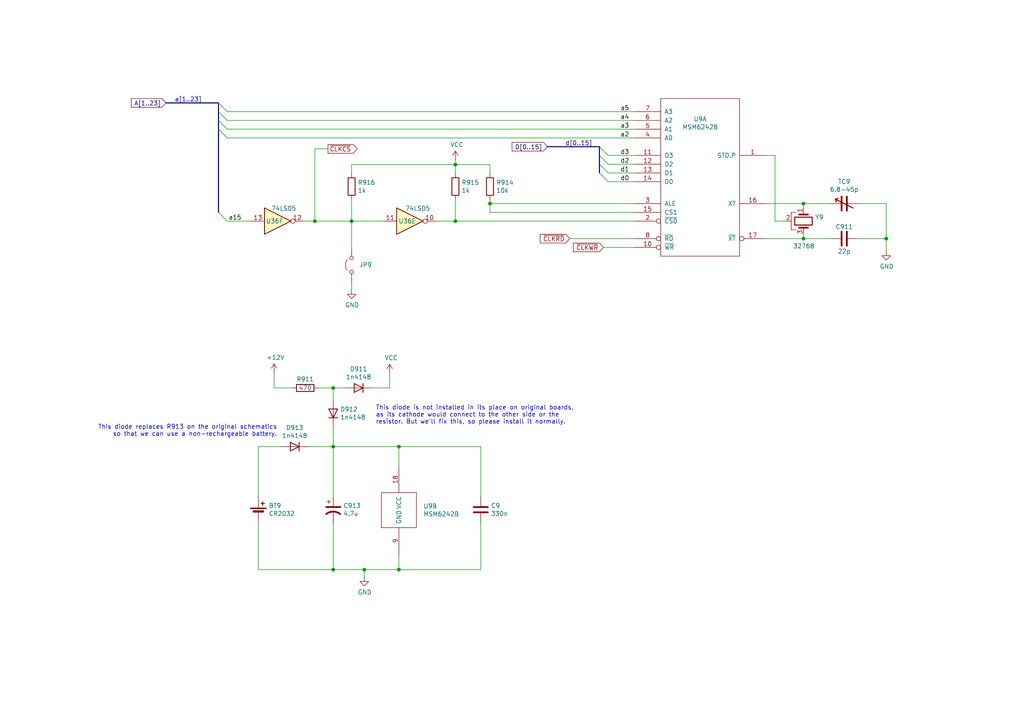
<source format=kicad_sch>
(kicad_sch (version 20250114) (generator "eeschema") (generator_version "9.0")
  (paper "A4")
  (title_block (title "Rämixx500") (date "2021-05-23") (rev "1") (company "SukkoPera") (comment 4 "Licensed under CC BY-NC-SA 4.0"))
  (lib_symbols
    (symbol "74xx:74LS05" (pin_names (offset 1.016))
      (property "Reference" "U" (at 0 1.27 0))
      (property "Value" "74LS05" (at 0 -1.27 0))
      (symbol "74LS05_1_0"
        (polyline (pts (xy -3.81 3.81) (xy -3.81 -3.81) (xy 3.81 0) (xy -3.81 3.81)) (stroke (width 0.254)) (fill (type background)))
        (pin input line (at -7.62 0 0) (length 3.81) (name "~") (number "1"))
        (pin open_collector inverted (at 7.62 0 180) (length 3.81) (name "~") (number "2"))
      )
      (symbol "74LS05_2_0"
        (polyline (pts (xy -3.81 3.81) (xy -3.81 -3.81) (xy 3.81 0) (xy -3.81 3.81)) (stroke (width 0.254)) (fill (type background)))
        (pin input line (at -7.62 0 0) (length 3.81) (name "~") (number "3"))
        (pin open_collector inverted (at 7.62 0 180) (length 3.81) (name "~") (number "4"))
      )
      (symbol "74LS05_3_0"
        (polyline (pts (xy -3.81 3.81) (xy -3.81 -3.81) (xy 3.81 0) (xy -3.81 3.81)) (stroke (width 0.254)) (fill (type background)))
        (pin input line (at -7.62 0 0) (length 3.81) (name "~") (number "5"))
        (pin open_collector inverted (at 7.62 0 180) (length 3.81) (name "~") (number "6"))
      )
      (symbol "74LS05_4_0"
        (polyline (pts (xy -3.81 3.81) (xy -3.81 -3.81) (xy 3.81 0) (xy -3.81 3.81)) (stroke (width 0.254)) (fill (type background)))
        (pin input line (at -7.62 0 0) (length 3.81) (name "~") (number "9"))
        (pin open_collector inverted (at 7.62 0 180) (length 3.81) (name "~") (number "8"))
      )
      (symbol "74LS05_5_0"
        (polyline (pts (xy -3.81 3.81) (xy -3.81 -3.81) (xy 3.81 0) (xy -3.81 3.81)) (stroke (width 0.254)) (fill (type background)))
        (pin input line (at -7.62 0 0) (length 3.81) (name "~") (number "11"))
        (pin open_collector inverted (at 7.62 0 180) (length 3.81) (name "~") (number "10"))
      )
      (symbol "74LS05_6_0"
        (polyline (pts (xy -3.81 3.81) (xy -3.81 -3.81) (xy 3.81 0) (xy -3.81 3.81)) (stroke (width 0.254)) (fill (type background)))
        (pin input line (at -7.62 0 0) (length 3.81) (name "~") (number "13"))
        (pin open_collector inverted (at 7.62 0 180) (length 3.81) (name "~") (number "12"))
      )
      (symbol "74LS05_7_0"
        (pin power_in line (at 0 12.7 270) (length 5.08) (name "VCC") (number "14"))
        (pin power_in line (at 0 -12.7 90) (length 5.08) (name "GND") (number "7"))
      )
      (symbol "74LS05_7_1"
        (rectangle (start -5.08 7.62) (end 5.08 -7.62) (stroke (width 0.254)) (fill (type background)))
      )
    )
    (symbol "Device:Battery_Cell" (pin_numbers (hide yes)) (pin_names (offset 0) (hide yes))
      (property "Reference" "BT" (at 2.54 2.54 0))
      (property "Value" "Battery_Cell" (at 2.54 0 0))
      (symbol "Battery_Cell_0_1"
        (rectangle (start -2.286 1.778) (end 2.286 1.524) (fill (type outline)))
        (rectangle (start -1.524 1.016) (end 1.524 0.508) (fill (type outline)))
        (polyline (pts (xy 0 1.778) (xy 0 2.54)))
        (polyline (pts (xy 0 0.762) (xy 0 0)))
        (polyline (pts (xy 0.762 3.048) (xy 1.778 3.048)) (stroke (width 0.254)))
        (polyline (pts (xy 1.27 3.556) (xy 1.27 2.54)) (stroke (width 0.254)))
      )
      (symbol "Battery_Cell_1_1"
        (pin passive line (at 0 5.08 270) (length 2.54) (name "+") (number "1"))
        (pin passive line (at 0 -2.54 90) (length 2.54) (name "-") (number "2"))
      )
    )
    (symbol "Device:C" (pin_numbers (hide yes)) (pin_names (offset 0.254))
      (property "Reference" "C" (at 0.635 2.54 0))
      (property "Value" "C" (at 0.635 -2.54 0))
      (symbol "C_0_1"
        (polyline (pts (xy -2.032 0.762) (xy 2.032 0.762)) (stroke (width 0.508)))
        (polyline (pts (xy -2.032 -0.762) (xy 2.032 -0.762)) (stroke (width 0.508)))
      )
      (symbol "C_1_1"
        (pin passive line (at 0 3.81 270) (length 2.794) (name "~") (number "1"))
        (pin passive line (at 0 -3.81 90) (length 2.794) (name "~") (number "2"))
      )
    )
    (symbol "Device:CP1" (pin_numbers (hide yes)) (pin_names (offset 0.254) (hide yes))
      (property "Reference" "C" (at 0.635 2.54 0))
      (property "Value" "Device_CP1" (at 0.635 -2.54 0))
      (symbol "CP1_0_1"
        (polyline (pts (xy -2.032 0.762) (xy 2.032 0.762)) (stroke (width 0.508)))
        (polyline (pts (xy -1.778 2.286) (xy -0.762 2.286)))
        (polyline (pts (xy -1.27 1.778) (xy -1.27 2.794)))
        (arc (start -2.032 -1.27) (mid 0 -0.5572) (end 2.032 -1.27) (stroke (width 0.508)))
      )
      (symbol "CP1_1_1"
        (pin passive line (at 0 3.81 270) (length 2.794) (name "~") (number "1"))
        (pin passive line (at 0 -3.81 90) (length 3.302) (name "~") (number "2"))
      )
    )
    (symbol "Device:C_Variable" (pin_numbers (hide yes)) (pin_names (offset 0.254) (hide yes))
      (property "Reference" "C" (at 0.635 -1.905 0))
      (property "Value" "C_Variable" (at 0.635 -3.81 0))
      (symbol "C_Variable_0_1"
        (polyline (pts (xy -2.032 0.762) (xy 2.032 0.762)) (stroke (width 0.508)))
        (polyline (pts (xy -2.032 -0.762) (xy 2.032 -0.762)) (stroke (width 0.508)))
        (polyline (pts (xy 1.27 2.54) (xy -1.27 -2.54)) (stroke (width 0.3048)))
        (polyline (pts (xy 1.27 2.54) (xy 0.508 2.286)) (stroke (width 0.3048)))
        (polyline (pts (xy 1.27 2.54) (xy 1.524 1.778)) (stroke (width 0.3048)))
      )
      (symbol "C_Variable_1_1"
        (pin passive line (at 0 3.81 270) (length 3.048) (name "~") (number "1"))
        (pin passive line (at 0 -3.81 90) (length 3.048) (name "~") (number "2"))
      )
    )
    (symbol "Device:Crystal_GND2" (pin_names (offset 1.016) (hide yes))
      (property "Reference" "Y" (at 0 5.715 0))
      (property "Value" "Crystal_GND2" (at 0 3.81 0))
      (symbol "Crystal_GND2_0_1"
        (polyline (pts (xy -2.54 0) (xy -1.905 0)))
        (polyline (pts (xy -2.54 -2.286) (xy -2.54 -3.556) (xy 2.54 -3.556) (xy 2.54 -2.286)))
        (polyline (pts (xy -1.905 -1.27) (xy -1.905 1.27)) (stroke (width 0.508)))
        (rectangle (start -1.143 2.54) (end 1.143 -2.54) (stroke (width 0.3048)))
        (polyline (pts (xy 0 -3.81) (xy 0 -3.556)))
        (polyline (pts (xy 1.905 1.27) (xy 1.905 -1.27)) (stroke (width 0.508)))
        (polyline (pts (xy 1.905 0) (xy 2.54 0)))
      )
      (symbol "Crystal_GND2_1_1"
        (pin passive line (at -3.81 0 0) (length 1.27) (name "1") (number "1"))
        (pin passive line (at 0 -5.08 90) (length 1.27) (name "2") (number "2"))
        (pin passive line (at 3.81 0 180) (length 1.27) (name "3") (number "3"))
      )
    )
    (symbol "Device:D" (pin_numbers (hide yes)) (pin_names (offset 1.016) (hide yes))
      (property "Reference" "D" (at 0 2.54 0))
      (property "Value" "D" (at 0 -2.54 0))
      (symbol "D_0_1"
        (polyline (pts (xy -1.27 1.27) (xy -1.27 -1.27)) (stroke (width 0.254)))
        (polyline (pts (xy 1.27 1.27) (xy 1.27 -1.27) (xy -1.27 0) (xy 1.27 1.27)) (stroke (width 0.254)))
        (polyline (pts (xy 1.27 0) (xy -1.27 0)))
      )
      (symbol "D_1_1"
        (pin passive line (at -3.81 0 0) (length 2.54) (name "K") (number "1"))
        (pin passive line (at 3.81 0 180) (length 2.54) (name "A") (number "2"))
      )
    )
    (symbol "Device:R" (pin_numbers (hide yes)) (pin_names (offset 0))
      (property "Reference" "R" (at 2.032 0 90))
      (property "Value" "R" (at 0 0 90))
      (symbol "R_0_1"
        (rectangle (start -1.016 -2.54) (end 1.016 2.54) (stroke (width 0.254)))
      )
      (symbol "R_1_1"
        (pin passive line (at 0 3.81 270) (length 1.27) (name "~") (number "1"))
        (pin passive line (at 0 -3.81 90) (length 1.27) (name "~") (number "2"))
      )
    )
    (symbol "Jumper:Jumper_2_Open" (pin_numbers (hide yes)) (pin_names (offset 0) (hide yes))
      (property "Reference" "JP" (at 0 2.794 0))
      (property "Value" "Jumper_2_Open" (at 0 -2.286 0))
      (symbol "Jumper_2_Open_0_0"
        (circle (center -2.032 0) (radius 0.508))
        (circle (center 2.032 0) (radius 0.508))
      )
      (symbol "Jumper_2_Open_0_1"
        (arc (start -1.524 1.27) (mid 0 1.778) (end 1.524 1.27))
      )
      (symbol "Jumper_2_Open_1_1"
        (pin passive line (at -5.08 0 0) (length 2.54) (name "A") (number "1"))
        (pin passive line (at 5.08 0 180) (length 2.54) (name "B") (number "2"))
      )
    )
    (symbol "MSM6242B:MSM6242B" (pin_names (offset 1.016))
      (property "Reference" "U" (at 0 7.62 0))
      (property "Value" "MSM6242B" (at 0 12.7 0))
      (symbol "MSM6242B_1_0"
        (rectangle (start -11.43 -20.32) (end 11.43 25.4))
      )
      (symbol "MSM6242B_1_1"
        (pin input line (at -19.05 21.59 0) (length 7.62) (name "A3") (number "7"))
        (pin input line (at -19.05 19.05 0) (length 7.62) (name "A2") (number "6"))
        (pin input line (at -19.05 16.51 0) (length 7.62) (name "A1") (number "5"))
        (pin input line (at -19.05 13.97 0) (length 7.62) (name "A0") (number "4"))
        (pin bidirectional line (at -19.05 8.89 0) (length 7.62) (name "D3") (number "11"))
        (pin bidirectional line (at -19.05 6.35 0) (length 7.62) (name "D2") (number "12"))
        (pin bidirectional line (at -19.05 3.81 0) (length 7.62) (name "D1") (number "13"))
        (pin bidirectional line (at -19.05 1.27 0) (length 7.62) (name "D0") (number "14"))
        (pin input line (at -19.05 -5.08 0) (length 7.62) (name "ALE") (number "3"))
        (pin input line (at -19.05 -7.62 0) (length 7.62) (name "CS1") (number "15"))
        (pin input inverted (at -19.05 -10.16 0) (length 7.62) (name "~{CS0}") (number "2"))
        (pin input inverted (at -19.05 -15.24 0) (length 7.62) (name "~{RD}") (number "8"))
        (pin input inverted (at -19.05 -17.78 0) (length 7.62) (name "~{WR}") (number "10"))
        (pin input line (at 19.05 8.89 180) (length 7.62) (name "STD.P") (number "1"))
        (pin input line (at 19.05 -5.08 180) (length 7.62) (name "XT") (number "16"))
        (pin input inverted (at 19.05 -15.24 180) (length 7.62) (name "~{XT}") (number "17"))
      )
      (symbol "MSM6242B_2_0"
        (rectangle (start -5.08 -5.08) (end 5.08 5.08))
      )
      (symbol "MSM6242B_2_1"
        (pin power_in line (at 0 12.7 270) (length 7.62) (name "VCC") (number "18"))
        (pin power_in line (at 0 -12.7 90) (length 7.62) (name "GND") (number "9"))
      )
    )
    (symbol "power:+12V" (power) (pin_numbers (hide yes)) (pin_names (offset 0) (hide yes))
      (property "Value" "+12V" (at 0 3.556 0))
      (symbol "+12V_0_1"
        (polyline (pts (xy -0.762 1.27) (xy 0 2.54)))
        (polyline (pts (xy 0 2.54) (xy 0.762 1.27)))
        (polyline (pts (xy 0 0) (xy 0 2.54)))
      )
      (symbol "+12V_1_1"
        (pin power_in line (at 0 0 90) (length 0) (name "~") (number "1"))
      )
    )
    (symbol "power:GND" (power) (pin_numbers (hide yes)) (pin_names (offset 0) (hide yes))
      (property "Value" "GND" (at 0 -3.81 0))
      (symbol "GND_0_1"
        (polyline (pts (xy 0 0) (xy 0 -1.27) (xy 1.27 -1.27) (xy 0 -2.54) (xy -1.27 -1.27) (xy 0 -1.27)))
      )
      (symbol "GND_1_1"
        (pin power_in line (at 0 0 270) (length 0) (name "~") (number "1"))
      )
    )
    (symbol "power:VCC" (power) (pin_numbers (hide yes)) (pin_names (offset 0) (hide yes))
      (property "Value" "VCC" (at 0 3.556 0))
      (symbol "VCC_0_1"
        (polyline (pts (xy -0.762 1.27) (xy 0 2.54)))
        (polyline (pts (xy 0 2.54) (xy 0.762 1.27)))
        (polyline (pts (xy 0 0) (xy 0 2.54)))
      )
      (symbol "VCC_1_1"
        (pin power_in line (at 0 0 90) (length 0) (name "~") (number "1"))
      )
    )
  )
  (text "This diode is not installed in its place on original boards,\nas its cathode would connect to the other side or the\nresistor. But we'll fix this, so please install it normally." (at 108.966 123.19 0) (effects (font (size 1.27 1.27)) (justify left bottom)))
  (text "This diode replaces R913 on the original schematics\nso that we can use a non-rechargeable battery." (at 80.391 126.746 0) (effects (font (size 1.27 1.27)) (justify right bottom)))
  (junction (at 96.647 129.54))
  (junction (at 105.664 165.227))
  (junction (at 96.647 112.522))
  (junction (at 233.045 59.055))
  (junction (at 233.045 69.215))
  (junction (at 101.981 64.135))
  (junction (at 115.697 129.54))
  (junction (at 115.697 165.227))
  (junction (at 96.647 165.227))
  (junction (at 91.313 64.135))
  (junction (at 142.113 59.055))
  (junction (at 132.08 64.135))
  (junction (at 257.048 69.215))
  (junction (at 132.08 47.752))
  (bus_entry (at 63.373 32.385) (size 2.54 2.54))
  (bus_entry (at 173.863 47.625) (size 2.54 2.54))
  (bus_entry (at 173.863 42.545) (size 2.54 2.54))
  (bus_entry (at 173.863 50.165) (size 2.54 2.54))
  (bus_entry (at 63.373 29.845) (size 2.54 2.54))
  (bus_entry (at 173.863 45.085) (size 2.54 2.54))
  (bus_entry (at 65.913 40.005) (size -2.54 -2.54))
  (bus_entry (at 63.373 34.925) (size 2.54 2.54))
  (bus_entry (at 65.913 64.135) (size -2.54 -2.54))
  (wire (pts (xy 233.045 69.215) (xy 241.046 69.215)))
  (bus (pts (xy 173.863 47.625) (xy 173.863 50.165)))
  (wire (pts (xy 96.647 116.078) (xy 96.647 112.522)))
  (wire (pts (xy 224.79 64.135) (xy 227.965 64.135)))
  (wire (pts (xy 184.023 47.625) (xy 176.403 47.625)))
  (wire (pts (xy 132.08 46.355) (xy 132.08 47.752)))
  (wire (pts (xy 184.023 61.595) (xy 142.113 61.595)))
  (wire (pts (xy 233.045 69.215) (xy 233.045 67.945)))
  (wire (pts (xy 107.823 112.522) (xy 113.03 112.522)))
  (wire (pts (xy 105.664 165.227) (xy 115.697 165.227)))
  (wire (pts (xy 96.647 123.698) (xy 96.647 129.54)))
  (bus (pts (xy 63.373 29.845) (xy 48.133 29.845)))
  (wire (pts (xy 224.79 45.085) (xy 224.79 64.135)))
  (wire (pts (xy 132.08 47.752) (xy 142.113 47.752)))
  (wire (pts (xy 111.252 64.135) (xy 101.981 64.135)))
  (wire (pts (xy 248.666 59.055) (xy 257.048 59.055)))
  (wire (pts (xy 257.048 59.055) (xy 257.048 69.215)))
  (wire (pts (xy 74.93 144.018) (xy 74.93 129.54)))
  (wire (pts (xy 105.664 165.227) (xy 105.664 167.386)))
  (bus (pts (xy 63.373 32.385) (xy 63.373 34.925)))
  (wire (pts (xy 184.023 71.755) (xy 175.006 71.755)))
  (wire (pts (xy 248.666 69.215) (xy 257.048 69.215)))
  (wire (pts (xy 132.08 50.292) (xy 132.08 47.752)))
  (bus (pts (xy 173.863 42.545) (xy 158.75 42.545)))
  (wire (pts (xy 184.023 69.215) (xy 165.227 69.215)))
  (wire (pts (xy 92.329 112.522) (xy 96.647 112.522)))
  (wire (pts (xy 101.981 47.752) (xy 132.08 47.752)))
  (wire (pts (xy 91.313 43.18) (xy 95.123 43.18)))
  (wire (pts (xy 96.647 165.227) (xy 96.647 151.638)))
  (wire (pts (xy 101.981 71.755) (xy 101.981 64.135)))
  (wire (pts (xy 96.647 112.522) (xy 100.203 112.522)))
  (wire (pts (xy 101.981 57.912) (xy 101.981 64.135)))
  (bus (pts (xy 173.863 42.545) (xy 173.863 45.085)))
  (wire (pts (xy 96.647 129.54) (xy 96.647 144.018)))
  (wire (pts (xy 74.93 151.638) (xy 74.93 165.227)))
  (wire (pts (xy 222.123 69.215) (xy 233.045 69.215)))
  (wire (pts (xy 222.123 59.055) (xy 233.045 59.055)))
  (wire (pts (xy 132.08 57.912) (xy 132.08 64.135)))
  (wire (pts (xy 96.647 129.54) (xy 115.697 129.54)))
  (wire (pts (xy 65.913 40.005) (xy 184.023 40.005)))
  (wire (pts (xy 184.023 59.055) (xy 142.113 59.055)))
  (wire (pts (xy 65.913 34.925) (xy 184.023 34.925)))
  (wire (pts (xy 184.023 52.705) (xy 176.403 52.705)))
  (wire (pts (xy 126.492 64.135) (xy 132.08 64.135)))
  (wire (pts (xy 89.281 129.54) (xy 96.647 129.54)))
  (wire (pts (xy 222.123 45.085) (xy 224.79 45.085)))
  (wire (pts (xy 101.981 81.915) (xy 101.981 84.074)))
  (wire (pts (xy 142.113 61.595) (xy 142.113 59.055)))
  (wire (pts (xy 113.03 108.204) (xy 113.03 112.522)))
  (wire (pts (xy 96.647 165.227) (xy 105.664 165.227)))
  (wire (pts (xy 115.697 129.54) (xy 139.446 129.54)))
  (wire (pts (xy 257.048 69.215) (xy 257.048 72.898)))
  (wire (pts (xy 233.045 59.055) (xy 233.045 60.325)))
  (wire (pts (xy 74.93 129.54) (xy 81.661 129.54)))
  (wire (pts (xy 139.446 129.54) (xy 139.446 144.018)))
  (wire (pts (xy 115.697 165.227) (xy 115.697 160.655)))
  (wire (pts (xy 184.023 50.165) (xy 176.403 50.165)))
  (bus (pts (xy 173.863 45.085) (xy 173.863 47.625)))
  (wire (pts (xy 65.913 32.385) (xy 184.023 32.385)))
  (wire (pts (xy 101.981 50.292) (xy 101.981 47.752)))
  (bus (pts (xy 63.373 29.845) (xy 63.373 32.385)))
  (wire (pts (xy 91.313 64.135) (xy 91.313 43.18)))
  (wire (pts (xy 132.08 64.135) (xy 184.023 64.135)))
  (wire (pts (xy 115.697 129.54) (xy 115.697 135.255)))
  (wire (pts (xy 88.138 64.135) (xy 91.313 64.135)))
  (wire (pts (xy 115.697 165.227) (xy 139.446 165.227)))
  (wire (pts (xy 142.113 59.055) (xy 142.113 57.912)))
  (wire (pts (xy 91.313 64.135) (xy 101.981 64.135)))
  (bus (pts (xy 63.373 34.925) (xy 63.373 37.465)))
  (wire (pts (xy 142.113 47.752) (xy 142.113 50.292)))
  (wire (pts (xy 184.023 45.085) (xy 176.403 45.085)))
  (wire (pts (xy 79.502 108.077) (xy 79.502 112.522)))
  (wire (pts (xy 139.446 165.227) (xy 139.446 151.638)))
  (wire (pts (xy 79.502 112.522) (xy 84.709 112.522)))
  (bus (pts (xy 63.373 37.465) (xy 63.373 61.595)))
  (wire (pts (xy 233.045 59.055) (xy 241.046 59.055)))
  (wire (pts (xy 65.913 37.465) (xy 184.023 37.465)))
  (wire (pts (xy 65.913 64.135) (xy 72.898 64.135)))
  (wire (pts (xy 74.93 165.227) (xy 96.647 165.227)))
  (label "d2" (at 179.959 47.625 0))
  (label "d3" (at 179.959 45.085 0))
  (label "a15" (at 66.294 64.135 0))
  (label "a2" (at 179.959 40.005 0))
  (label "a3" (at 179.959 37.465 0))
  (label "a5" (at 179.959 32.385 0))
  (label "a4" (at 179.959 34.925 0))
  (label "d[0..15]" (at 163.957 42.545 0))
  (label "d0" (at 179.959 52.705 0))
  (label "a[1..23]" (at 50.673 29.845 0))
  (label "d1" (at 179.959 50.165 0))
  (global_label "~{CLKWR}" (shape input) (at 175.006 71.755 180) (property "Intersheetrefs" "${INTERSHEET_REFS}" (effects (hide yes))))
  (global_label "A[1..23]" (shape input) (at 48.133 29.845 180) (property "Intersheetrefs" "${INTERSHEET_REFS}" (effects (hide yes))))
  (global_label "~{CLKRD}" (shape input) (at 165.227 69.215 180) (property "Intersheetrefs" "${INTERSHEET_REFS}" (effects (hide yes))))
  (global_label "~{CLKCS}" (shape output) (at 95.123 43.18 0) (property "Intersheetrefs" "${INTERSHEET_REFS}" (effects (hide yes))))
  (global_label "D[0..15]" (shape input) (at 158.75 42.545 180) (property "Intersheetrefs" "${INTERSHEET_REFS}" (effects (hide yes))))
  (symbol (lib_id "MSM6242B:MSM6242B") (at 203.073 53.975 0) (unit 1)
    (property "Reference" "U9" (at 203.073 34.544 0))
    (property "Value" "MSM6242B" (at 203.073 36.8554 0))
    (property "Footprint" "Package_DIP:DIP-18_W7.62mm_Socket_LongPads" (effects (hide yes)))
    (property "Datasheet" "DOCUMENTATION" (effects (hide yes)))
    (property "Section" "RTC" (effects (hide yes)))
  )
  (symbol (lib_id "74xx:74LS05") (at 118.872 64.135 0) (unit 5)
    (property "Reference" "U36" (at 118.11 64.135 0))
    (property "Value" "74LS05" (at 121.158 60.452 0))
    (property "Footprint" "Package_DIP:DIP-14_W7.62mm_Socket_LongPads" (effects (hide yes)))
    (property "Datasheet" "http://www.ti.com/lit/gpn/sn74LS05" (effects (hide yes)))
    (property "Section" "FLOPPY/RTC" (effects (hide yes)))
    (property "Cost" "0.668" (effects (hide yes)))
    (property "MFG Name" "TI" (effects (hide yes)))
    (property "MFG Part Num" "SN74LS05N" (effects (hide yes)))
  )
  (symbol (lib_id "Device:R") (at 132.08 54.102 0) (unit 1)
    (property "Reference" "R915" (at 133.858 52.9336 0) (effects (justify left)))
    (property "Value" "1k" (at 133.858 55.245 0) (effects (justify left)))
    (property "Footprint" "Raemixx500:R_Axial_DIN0309_L9.0mm_D3.2mm_P12.70mm_Horizontal" (effects (hide yes)))
  )
  (symbol (lib_id "power:VCC") (at 132.08 46.355 0) (unit 1)
    (property "Reference" "#PWR0246" (effects (hide yes)))
    (property "Value" "VCC" (at 132.5118 41.9608 0))
  )
  (symbol (lib_id "Device:R") (at 142.113 54.102 0) (unit 1)
    (property "Reference" "R914" (at 143.891 52.9336 0) (effects (justify left)))
    (property "Value" "10k" (at 143.891 55.245 0) (effects (justify left)))
    (property "Footprint" "Raemixx500:R_Axial_DIN0309_L9.0mm_D3.2mm_P12.70mm_Horizontal" (effects (hide yes)))
  )
  (symbol (lib_id "Device:R") (at 101.981 54.102 0) (unit 1)
    (property "Reference" "R916" (at 103.759 52.9336 0) (effects (justify left)))
    (property "Value" "1k" (at 103.759 55.245 0) (effects (justify left)))
    (property "Footprint" "Raemixx500:R_Axial_DIN0309_L9.0mm_D3.2mm_P12.70mm_Horizontal" (effects (hide yes)))
  )
  (symbol (lib_id "Jumper:Jumper_2_Open") (at 101.981 76.835 90) (unit 1)
    (property "Reference" "JP9" (at 104.2162 76.835 90) (effects (justify right)))
    (property "Value" "Jumper_2_Open" (effects (hide yes)))
    (property "Footprint" "Raemixx500:Jumper2-Open" (effects (hide yes)))
    (property "MFG Name" "SKIP" (effects (hide yes)))
    (property "MFG Part Num" "SKIP" (effects (hide yes)))
    (property "Section" "JMP" (effects (hide yes)))
  )
  (symbol (lib_id "power:GND") (at 101.981 84.074 0) (unit 1)
    (property "Reference" "#PWR0247" (effects (hide yes)))
    (property "Value" "GND" (at 102.108 88.4682 0))
  )
  (symbol (lib_id "Device:C_Variable") (at 244.856 59.055 90) (unit 1)
    (property "Reference" "TC9" (at 244.856 52.6542 90))
    (property "Value" "6.8-45p" (at 244.856 54.9656 90))
    (property "Footprint" "Raemixx500:VariCap" (effects (hide yes)))
    (property "Section" "RTC" (effects (hide yes)))
  )
  (symbol (lib_id "Device:C") (at 244.856 69.215 270) (unit 1)
    (property "Reference" "C911" (at 244.856 65.786 90))
    (property "Value" "22p" (at 244.856 72.898 90))
    (property "Footprint" "Raemixx500:C_Axial_L6.3mm_D2.5mm_P10.16mm" (effects (hide yes)))
    (property "Cost" "0.141" (effects (hide yes)))
    (property "MFG Name" "AVX" (effects (hide yes)))
    (property "MFG Part Num" "SA102A220JARC" (effects (hide yes)))
  )
  (symbol (lib_id "power:GND") (at 257.048 72.898 0) (unit 1)
    (property "Reference" "#PWR0248" (effects (hide yes)))
    (property "Value" "GND" (at 257.175 77.2922 0))
  )
  (symbol (lib_id "74xx:74LS05") (at 80.518 64.135 0) (unit 6)
    (property "Reference" "U36" (at 79.629 64.135 0))
    (property "Value" "74LS05" (at 82.296 60.452 0))
    (property "Footprint" "Package_DIP:DIP-14_W7.62mm_Socket_LongPads" (effects (hide yes)))
    (property "Datasheet" "http://www.ti.com/lit/gpn/sn74LS05" (effects (hide yes)))
    (property "Section" "FLOPPY/RTC" (effects (hide yes)))
    (property "Cost" "0.668" (effects (hide yes)))
    (property "MFG Name" "TI" (effects (hide yes)))
    (property "MFG Part Num" "SN74LS05N" (effects (hide yes)))
  )
  (symbol (lib_id "Device:Crystal_GND2") (at 233.045 64.135 270) (unit 1)
    (property "Reference" "Y9" (at 236.3724 62.9666 90) (effects (justify left)))
    (property "Value" "32768" (at 229.997 71.374 90) (effects (justify left)))
    (property "Footprint" "Raemixx500:Crystal_RTC" (effects (hide yes)))
    (property "Section" "RTC" (effects (hide yes)))
  )
  (symbol (lib_id "Device:Battery_Cell") (at 74.93 149.098 0) (unit 1)
    (property "Reference" "BT9" (at 77.9272 146.6596 0) (effects (justify left)))
    (property "Value" "CR2032" (at 77.9272 148.971 0) (effects (justify left)))
    (property "Footprint" "Raemixx500:Battery_Holder_Coin_2032_BS-7" (effects (hide yes)))
    (property "Section" "RTC" (effects (hide yes)))
  )
  (symbol (lib_id "Device:CP1") (at 96.647 147.828 0) (unit 1)
    (property "Reference" "C913" (at 99.568 146.6596 0) (effects (justify left)))
    (property "Value" "4.7u" (at 99.568 148.971 0) (effects (justify left)))
    (property "Footprint" "Capacitor_THT:CP_Radial_D8.0mm_P5.00mm" (effects (hide yes)))
    (property "Section" "RTC" (effects (hide yes)))
    (property "Cost" "0.41" (effects (hide yes)))
    (property "MFG Name" "RS PRO" (effects (hide yes)))
    (property "MFG Part Num" "181-4685" (effects (hide yes)))
  )
  (symbol (lib_id "MSM6242B:MSM6242B") (at 115.697 147.955 0) (unit 2)
    (property "Reference" "U9" (at 122.7582 146.7866 0) (effects (justify left)))
    (property "Value" "MSM6242B" (at 122.7582 149.098 0) (effects (justify left)))
    (property "Footprint" "Package_DIP:DIP-18_W7.62mm_Socket_LongPads" (effects (hide yes)))
    (property "Datasheet" "DOCUMENTATION" (effects (hide yes)))
    (property "Section" "RTC" (effects (hide yes)))
  )
  (symbol (lib_id "Device:C") (at 139.446 147.828 0) (unit 1)
    (property "Reference" "C9" (at 142.367 146.6596 0) (effects (justify left)))
    (property "Value" "330n" (at 142.367 148.971 0) (effects (justify left)))
    (property "Footprint" "Raemixx500:C_Axial_L6.3mm_D2.5mm_P10.16mm" (effects (hide yes)))
    (property "MFG Name" "KEMET" (effects (hide yes)))
    (property "MFG Part Num" "C412C334M5U5TA" (effects (hide yes)))
    (property "Cost" "0.078" (effects (hide yes)))
    (property "Section" "RTC" (effects (hide yes)))
  )
  (symbol (lib_id "power:GND") (at 105.664 167.386 0) (unit 1)
    (property "Reference" "#PWR0249" (effects (hide yes)))
    (property "Value" "GND" (at 105.791 171.7802 0))
  )
  (symbol (lib_id "Device:D") (at 96.647 119.888 90) (unit 1)
    (property "Reference" "D912" (at 98.6536 118.7196 90) (effects (justify right)))
    (property "Value" "1n4148" (at 98.6536 121.031 90) (effects (justify right)))
    (property "Footprint" "Diode_THT:D_DO-35_SOD27_P12.70mm_Horizontal" (effects (hide yes)))
    (property "Section" "RTC" (effects (hide yes)))
  )
  (symbol (lib_id "Device:D") (at 104.013 112.522 180) (unit 1)
    (property "Reference" "D911" (at 104.013 107.0356 0))
    (property "Value" "1n4148" (at 104.013 109.347 0))
    (property "Footprint" "Diode_THT:D_DO-35_SOD27_P12.70mm_Horizontal" (effects (hide yes)))
    (property "Section" "RTC" (effects (hide yes)))
  )
  (symbol (lib_id "Device:R") (at 88.519 112.522 270) (unit 1)
    (property "Reference" "R911" (at 88.519 109.982 90))
    (property "Value" "470" (at 88.519 112.522 90))
    (property "Footprint" "Raemixx500:R_Axial_DIN0309_L9.0mm_D3.2mm_P12.70mm_Horizontal" (effects (hide yes)))
  )
  (symbol (lib_id "power:VCC") (at 113.03 108.204 0) (unit 1)
    (property "Reference" "#PWR0250" (effects (hide yes)))
    (property "Value" "VCC" (at 113.4618 103.8098 0))
  )
  (symbol (lib_id "power:+12V") (at 79.502 108.077 0) (unit 1)
    (property "Reference" "#PWR0251" (effects (hide yes)))
    (property "Value" "+12V" (at 79.883 103.6828 0))
    (instances (project "" (path "" (reference "#PWR0251") (unit 1)) (path "" (reference "#PWR?") (unit 1)) (path "" (reference "#PWR?") (unit 1))))
  )
  (symbol (lib_id "Device:D") (at 85.471 129.54 180) (unit 1)
    (property "Reference" "D913" (at 85.471 124.0536 0))
    (property "Value" "1n4148" (at 85.471 126.365 0))
    (property "Footprint" "Diode_THT:D_DO-35_SOD27_P12.70mm_Horizontal" (effects (hide yes)))
    (property "Section" "RTC" (effects (hide yes)))
  )
)
</source>
